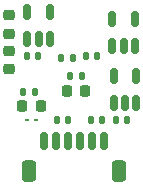
<source format=gbr>
%TF.GenerationSoftware,KiCad,Pcbnew,7.0.6*%
%TF.CreationDate,2024-06-20T12:42:18-04:00*%
%TF.ProjectId,ActiveImpactor_Encoder_Celera,41637469-7665-4496-9d70-6163746f725f,rev?*%
%TF.SameCoordinates,Original*%
%TF.FileFunction,Paste,Top*%
%TF.FilePolarity,Positive*%
%FSLAX46Y46*%
G04 Gerber Fmt 4.6, Leading zero omitted, Abs format (unit mm)*
G04 Created by KiCad (PCBNEW 7.0.6) date 2024-06-20 12:42:18*
%MOMM*%
%LPD*%
G01*
G04 APERTURE LIST*
G04 Aperture macros list*
%AMRoundRect*
0 Rectangle with rounded corners*
0 $1 Rounding radius*
0 $2 $3 $4 $5 $6 $7 $8 $9 X,Y pos of 4 corners*
0 Add a 4 corners polygon primitive as box body*
4,1,4,$2,$3,$4,$5,$6,$7,$8,$9,$2,$3,0*
0 Add four circle primitives for the rounded corners*
1,1,$1+$1,$2,$3*
1,1,$1+$1,$4,$5*
1,1,$1+$1,$6,$7*
1,1,$1+$1,$8,$9*
0 Add four rect primitives between the rounded corners*
20,1,$1+$1,$2,$3,$4,$5,0*
20,1,$1+$1,$4,$5,$6,$7,0*
20,1,$1+$1,$6,$7,$8,$9,0*
20,1,$1+$1,$8,$9,$2,$3,0*%
G04 Aperture macros list end*
%ADD10RoundRect,0.150000X0.150000X-0.512500X0.150000X0.512500X-0.150000X0.512500X-0.150000X-0.512500X0*%
%ADD11RoundRect,0.140000X0.140000X0.170000X-0.140000X0.170000X-0.140000X-0.170000X0.140000X-0.170000X0*%
%ADD12RoundRect,0.150000X0.150000X0.625000X-0.150000X0.625000X-0.150000X-0.625000X0.150000X-0.625000X0*%
%ADD13RoundRect,0.250000X0.350000X0.650000X-0.350000X0.650000X-0.350000X-0.650000X0.350000X-0.650000X0*%
%ADD14RoundRect,0.225000X-0.250000X0.225000X-0.250000X-0.225000X0.250000X-0.225000X0.250000X0.225000X0*%
%ADD15RoundRect,0.140000X-0.140000X-0.170000X0.140000X-0.170000X0.140000X0.170000X-0.140000X0.170000X0*%
%ADD16RoundRect,0.062500X0.117500X0.062500X-0.117500X0.062500X-0.117500X-0.062500X0.117500X-0.062500X0*%
%ADD17RoundRect,0.135000X0.135000X0.185000X-0.135000X0.185000X-0.135000X-0.185000X0.135000X-0.185000X0*%
%ADD18RoundRect,0.225000X0.225000X0.250000X-0.225000X0.250000X-0.225000X-0.250000X0.225000X-0.250000X0*%
%ADD19RoundRect,0.218750X-0.256250X0.218750X-0.256250X-0.218750X0.256250X-0.218750X0.256250X0.218750X0*%
%ADD20RoundRect,0.225000X-0.225000X-0.250000X0.225000X-0.250000X0.225000X0.250000X-0.225000X0.250000X0*%
%ADD21RoundRect,0.135000X-0.135000X-0.185000X0.135000X-0.185000X0.135000X0.185000X-0.135000X0.185000X0*%
G04 APERTURE END LIST*
D10*
%TO.C,U102*%
X3350000Y-837500D03*
X4300000Y-837500D03*
X5250000Y-837500D03*
X5250000Y1437500D03*
X3350000Y1437500D03*
%TD*%
D11*
%TO.C,C101*%
X-520000Y-2300000D03*
X-1480000Y-2300000D03*
%TD*%
D12*
%TO.C,J101*%
X2500000Y-4075000D03*
X1500000Y-4075000D03*
X500000Y-4075000D03*
X-500000Y-4075000D03*
X-1500000Y-4075000D03*
X-2500000Y-4075000D03*
D13*
X3800000Y-6600000D03*
X-3800000Y-6600000D03*
%TD*%
D14*
%TO.C,C105*%
X-5500000Y6575000D03*
X-5500000Y5025000D03*
%TD*%
D11*
%TO.C,C102*%
X2380000Y-2300000D03*
X1420000Y-2300000D03*
%TD*%
D15*
%TO.C,C107*%
X-3980000Y3100000D03*
X-3020000Y3100000D03*
%TD*%
D11*
%TO.C,C108*%
X1980000Y3100000D03*
X1020000Y3100000D03*
%TD*%
D10*
%TO.C,U104*%
X3250000Y3962500D03*
X4200000Y3962500D03*
X5150000Y3962500D03*
X5150000Y6237500D03*
X3250000Y6237500D03*
%TD*%
D16*
%TO.C,D101*%
X-4020000Y-2300000D03*
X-3180000Y-2300000D03*
%TD*%
D17*
%TO.C,R101*%
X-3290000Y100000D03*
X-4310000Y100000D03*
%TD*%
D18*
%TO.C,C104*%
X975000Y200000D03*
X-575000Y200000D03*
%TD*%
D19*
%TO.C,L101*%
X-5500000Y3587500D03*
X-5500000Y2012500D03*
%TD*%
D20*
%TO.C,C103*%
X-4375000Y-1100000D03*
X-2825000Y-1100000D03*
%TD*%
D21*
%TO.C,R102*%
X-1110000Y3000000D03*
X-90000Y3000000D03*
%TD*%
D10*
%TO.C,U103*%
X-3950000Y4562500D03*
X-3000000Y4562500D03*
X-2050000Y4562500D03*
X-2050000Y6837500D03*
X-3950000Y6837500D03*
%TD*%
D15*
%TO.C,C106*%
X3520000Y-2300000D03*
X4480000Y-2300000D03*
%TD*%
D17*
%TO.C,R103*%
X710000Y1400000D03*
X-310000Y1400000D03*
%TD*%
M02*

</source>
